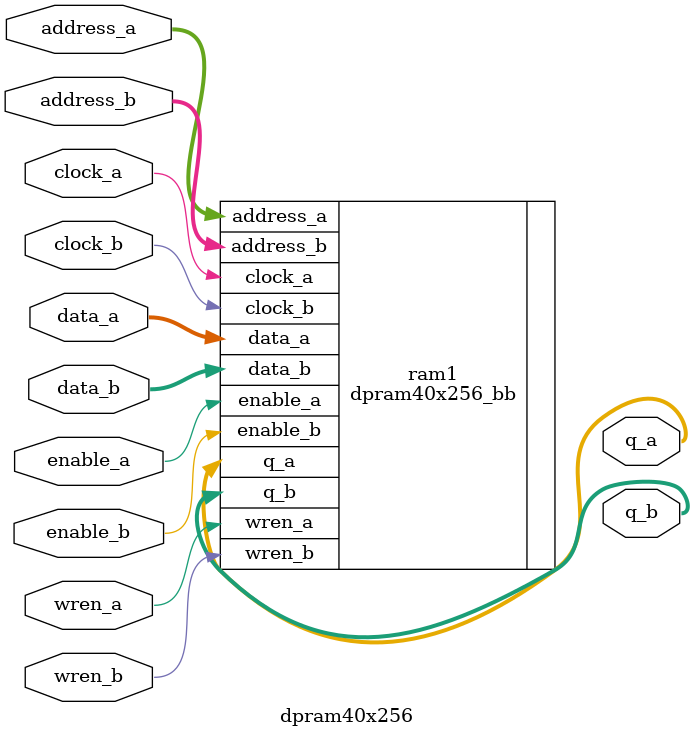
<source format=v>
`include "dpram40x256_bb.v"

module dpram40x256 (
	data_a,
	wren_a,
	address_a,
	data_b,
	address_b,
	wren_b,
	clock_a,
	enable_a,
	clock_b,
	enable_b,
	q_a,
	q_b);

	input [39:0] data_a;
	input  wren_a;
	input [7:0] address_a;
	input [39:0] data_b;
	input [7:0] address_b;
	input  wren_b;
	input  clock_a;
	input  enable_a;
	input  clock_b;
	input  enable_b;
	output [39:0] q_a;
	output [39:0] q_b;


	dpram40x256_bb ram1 (
		.data_a(data_a),
		.wren_a(wren_a),
		.address_a(address_a),
		.data_b(data_b),
		.address_b(address_b),
		.wren_b(wren_b),
		.clock_a(clock_a),
		.enable_a(enable_a),
		.clock_b(clock_b),
		.enable_b(enable_b),
		.q_a(q_a),
		.q_b(q_b));



endmodule

</source>
